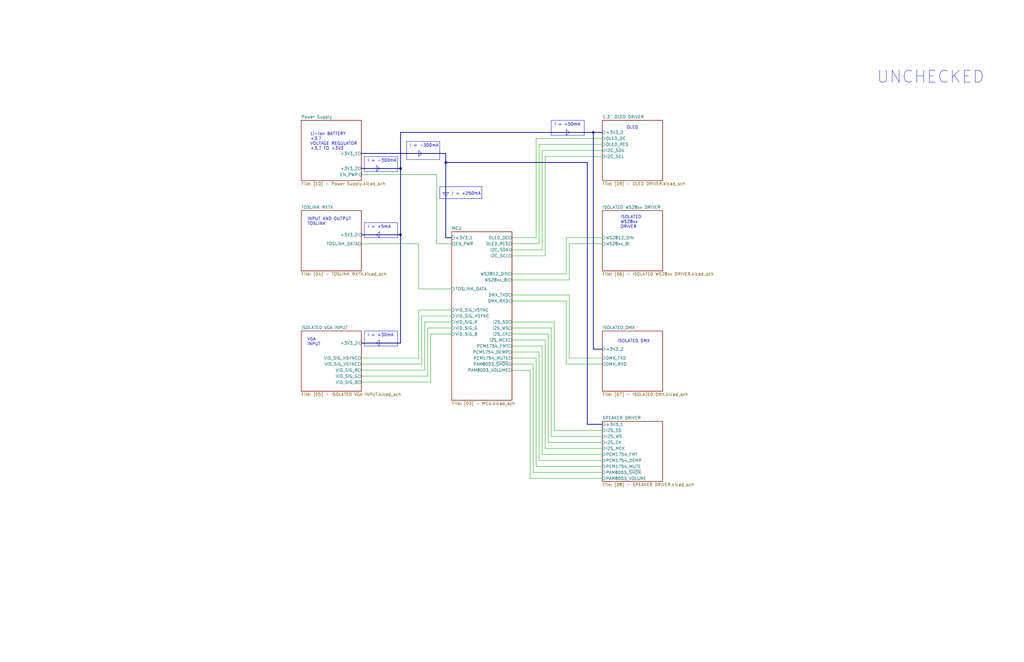
<source format=kicad_sch>
(kicad_sch (version 20230121) (generator eeschema)
  (paper "B")
  (title_block (title "Blender") (date "2023/09/18") (rev "v1.0") (company "Mend0z0") (comment 1 "v1.0") (comment 2 "v1.0") (comment 3 "Siavash Taher Parvar") (comment 4 "_BOM_Blender_v1.0.html") (comment 5 "_HW_Blender.kicad_pcb") (comment 6 "_GBR_Blender_v1.0") (comment 7 "_ASM_Blender_v1.0") (comment 8 "N/A") (comment 9 "Initial version"))
  (lib_symbols)
  (junction (at 187.96 68.58))
  (junction (at 250.19 55.88))
  (junction (at 168.91 71.12))
  (junction (at 168.91 99.06))
  (bus (pts (xy 152.4 71.12) (xy 168.91 71.12)))
  (bus (pts (xy 254 147.32) (xy 250.19 147.32)))
  (wire (pts (xy 229.87 189.23) (xy 254 189.23)))
  (bus (pts (xy 152.4 99.06) (xy 168.91 99.06)))
  (wire (pts (xy 215.9 156.21) (xy 223.52 156.21)))
  (wire (pts (xy 224.79 199.39) (xy 254 199.39)))
  (polyline (pts (xy 167.64 93.98) (xy 167.64 100.33)))
  (wire (pts (xy 215.9 115.57) (xy 238.76 115.57)))
  (bus (pts (xy 187.96 68.58) (xy 247.65 68.58)))
  (bus (pts (xy 152.4 64.77) (xy 187.96 64.77)))
  (wire (pts (xy 215.9 135.89) (xy 233.68 135.89)))
  (wire (pts (xy 179.07 135.89) (xy 190.5 135.89)))
  (bus (pts (xy 168.91 144.78) (xy 152.4 144.78)))
  (polyline (pts (xy 246.38 50.8) (xy 246.38 57.15)))
  (wire (pts (xy 238.76 115.57) (xy 238.76 100.33)))
  (wire (pts (xy 152.4 153.67) (xy 177.8 153.67)))
  (polyline (pts (xy 176.53 66.04) (xy 177.8 64.77)))
  (polyline (pts (xy 153.67 72.39) (xy 153.67 66.04)))
  (polyline (pts (xy 185.42 78.74) (xy 185.42 83.82)))
  (polyline (pts (xy 171.45 59.69) (xy 185.42 59.69)))
  (polyline (pts (xy 167.64 66.04) (xy 167.64 72.39)))
  (wire (pts (xy 215.9 143.51) (xy 229.87 143.51)))
  (polyline (pts (xy 232.41 57.15) (xy 232.41 50.8)))
  (polyline (pts (xy 153.67 139.7) (xy 167.64 139.7)))
  (polyline (pts (xy 203.2 78.74) (xy 203.2 83.82)))
  (wire (pts (xy 177.8 133.35) (xy 190.5 133.35)))
  (wire (pts (xy 226.06 100.33) (xy 226.06 58.42)))
  (wire (pts (xy 215.9 127) (xy 238.76 127)))
  (wire (pts (xy 226.06 196.85) (xy 254 196.85)))
  (polyline (pts (xy 186.69 81.28) (xy 187.96 82.55)))
  (polyline (pts (xy 158.75 99.06) (xy 160.02 100.33)))
  (bus (pts (xy 247.65 179.07) (xy 254 179.07)))
  (polyline (pts (xy 153.67 146.05) (xy 153.67 139.7)))
  (wire (pts (xy 238.76 153.67) (xy 254 153.67)))
  (wire (pts (xy 238.76 127) (xy 238.76 153.67)))
  (wire (pts (xy 233.68 135.89) (xy 233.68 181.61)))
  (wire (pts (xy 227.33 194.31) (xy 254 194.31)))
  (wire (pts (xy 228.6 146.05) (xy 228.6 191.77)))
  (wire (pts (xy 152.4 151.13) (xy 176.53 151.13)))
  (wire (pts (xy 215.9 148.59) (xy 227.33 148.59)))
  (polyline (pts (xy 160.02 71.12) (xy 158.75 69.85)))
  (polyline (pts (xy 171.45 67.31) (xy 185.42 67.31)))
  (wire (pts (xy 215.9 100.33) (xy 226.06 100.33)))
  (polyline (pts (xy 160.02 97.79) (xy 158.75 99.06)))
  (polyline (pts (xy 153.67 100.33) (xy 153.67 93.98)))
  (wire (pts (xy 233.68 181.61) (xy 254 181.61)))
  (bus (pts (xy 250.19 147.32) (xy 250.19 55.88)))
  (wire (pts (xy 184.15 102.87) (xy 190.5 102.87)))
  (wire (pts (xy 240.03 102.87) (xy 254 102.87)))
  (polyline (pts (xy 232.41 50.8) (xy 246.38 50.8)))
  (bus (pts (xy 168.91 99.06) (xy 168.91 144.78)))
  (bus (pts (xy 168.91 71.12) (xy 168.91 99.06)))
  (polyline (pts (xy 153.67 93.98) (xy 167.64 93.98)))
  (wire (pts (xy 180.34 158.75) (xy 180.34 138.43)))
  (wire (pts (xy 184.15 73.66) (xy 184.15 102.87)))
  (wire (pts (xy 224.79 153.67) (xy 224.79 199.39)))
  (polyline (pts (xy 240.03 55.88) (xy 238.76 54.61)))
  (bus (pts (xy 250.19 55.88) (xy 254 55.88)))
  (polyline (pts (xy 158.75 72.39) (xy 160.02 71.12)))
  (wire (pts (xy 232.41 184.15) (xy 254 184.15)))
  (wire (pts (xy 215.9 138.43) (xy 232.41 138.43)))
  (wire (pts (xy 215.9 102.87) (xy 227.33 102.87)))
  (wire (pts (xy 215.9 140.97) (xy 231.14 140.97)))
  (bus (pts (xy 168.91 71.12) (xy 168.91 55.88)))
  (wire (pts (xy 215.9 146.05) (xy 228.6 146.05)))
  (wire (pts (xy 227.33 148.59) (xy 227.33 194.31)))
  (wire (pts (xy 223.52 201.93) (xy 254 201.93)))
  (polyline (pts (xy 158.75 144.78) (xy 160.02 146.05)))
  (wire (pts (xy 229.87 143.51) (xy 229.87 189.23)))
  (wire (pts (xy 227.33 60.96) (xy 254 60.96)))
  (polyline (pts (xy 158.75 72.39) (xy 158.75 69.85)))
  (polyline (pts (xy 238.76 57.15) (xy 238.76 54.61)))
  (wire (pts (xy 176.53 130.81) (xy 190.5 130.81)))
  (polyline (pts (xy 153.67 72.39) (xy 167.64 72.39)))
  (wire (pts (xy 176.53 121.92) (xy 190.5 121.92)))
  (wire (pts (xy 228.6 63.5) (xy 254 63.5)))
  (polyline (pts (xy 187.96 82.55) (xy 189.23 81.28)))
  (polyline (pts (xy 176.53 66.04) (xy 176.53 63.5)))
  (wire (pts (xy 176.53 151.13) (xy 176.53 130.81)))
  (wire (pts (xy 215.9 107.95) (xy 229.87 107.95)))
  (polyline (pts (xy 203.2 83.82) (xy 185.42 83.82)))
  (wire (pts (xy 176.53 102.87) (xy 176.53 121.92)))
  (wire (pts (xy 215.9 151.13) (xy 226.06 151.13)))
  (wire (pts (xy 215.9 118.11) (xy 240.03 118.11)))
  (wire (pts (xy 240.03 151.13) (xy 254 151.13)))
  (wire (pts (xy 229.87 107.95) (xy 229.87 66.04)))
  (wire (pts (xy 240.03 124.46) (xy 240.03 151.13)))
  (wire (pts (xy 177.8 153.67) (xy 177.8 133.35)))
  (polyline (pts (xy 177.8 64.77) (xy 176.53 63.5)))
  (wire (pts (xy 179.07 156.21) (xy 179.07 135.89)))
  (wire (pts (xy 152.4 156.21) (xy 179.07 156.21)))
  (polyline (pts (xy 238.76 57.15) (xy 240.03 55.88)))
  (bus (pts (xy 168.91 55.88) (xy 250.19 55.88)))
  (bus (pts (xy 187.96 68.58) (xy 187.96 100.33)))
  (wire (pts (xy 181.61 161.29) (xy 181.61 140.97)))
  (wire (pts (xy 215.9 124.46) (xy 240.03 124.46)))
  (wire (pts (xy 152.4 102.87) (xy 176.53 102.87)))
  (wire (pts (xy 223.52 156.21) (xy 223.52 201.93)))
  (bus (pts (xy 247.65 68.58) (xy 247.65 179.07)))
  (wire (pts (xy 226.06 58.42) (xy 254 58.42)))
  (polyline (pts (xy 160.02 143.51) (xy 158.75 144.78)))
  (wire (pts (xy 180.34 138.43) (xy 190.5 138.43)))
  (wire (pts (xy 228.6 191.77) (xy 254 191.77)))
  (polyline (pts (xy 186.69 81.28) (xy 189.23 81.28)))
  (polyline (pts (xy 153.67 100.33) (xy 167.64 100.33)))
  (wire (pts (xy 215.9 105.41) (xy 228.6 105.41)))
  (wire (pts (xy 152.4 73.66) (xy 184.15 73.66)))
  (wire (pts (xy 231.14 140.97) (xy 231.14 186.69)))
  (wire (pts (xy 152.4 161.29) (xy 181.61 161.29)))
  (wire (pts (xy 226.06 151.13) (xy 226.06 196.85)))
  (wire (pts (xy 240.03 118.11) (xy 240.03 102.87)))
  (wire (pts (xy 238.76 100.33) (xy 254 100.33)))
  (bus (pts (xy 190.5 100.33) (xy 187.96 100.33)))
  (polyline (pts (xy 160.02 97.79) (xy 160.02 100.33)))
  (wire (pts (xy 231.14 186.69) (xy 254 186.69)))
  (polyline (pts (xy 153.67 146.05) (xy 167.64 146.05)))
  (polyline (pts (xy 167.64 139.7) (xy 167.64 146.05)))
  (wire (pts (xy 232.41 138.43) (xy 232.41 184.15)))
  (polyline (pts (xy 232.41 57.15) (xy 246.38 57.15)))
  (polyline (pts (xy 160.02 143.51) (xy 160.02 146.05)))
  (wire (pts (xy 228.6 105.41) (xy 228.6 63.5)))
  (polyline (pts (xy 185.42 59.69) (xy 185.42 67.31)))
  (bus (pts (xy 187.96 64.77) (xy 187.96 68.58)))
  (wire (pts (xy 215.9 153.67) (xy 224.79 153.67)))
  (wire (pts (xy 229.87 66.04) (xy 254 66.04)))
  (wire (pts (xy 181.61 140.97) (xy 190.5 140.97)))
  (polyline (pts (xy 185.42 78.74) (xy 203.2 78.74)))
  (wire (pts (xy 227.33 102.87) (xy 227.33 60.96)))
  (polyline (pts (xy 153.67 66.04) (xy 167.64 66.04)))
  (wire (pts (xy 152.4 158.75) (xy 180.34 158.75)))
  (polyline (pts (xy 171.45 67.31) (xy 171.45 59.69)))
  (text "INPUT AND OUTPUT\nTOSLINK" (at 129.54 95.25 0) (effects (font (size 1.27 1.27)) (justify left bottom)))
  (text "I = -300mA" (at 172.72 62.23 0) (effects (font (size 1.27 1.27)) (justify left bottom)))
  (text "I = -300mA" (at 154.94 68.58 0) (effects (font (size 1.27 1.27)) (justify left bottom)))
  (text "I = +30mA" (at 154.94 142.24 0) (effects (font (size 1.27 1.27)) (justify left bottom)))
  (text "I = +250mA" (at 190.5 82.55 0) (effects (font (size 1.27 1.27)) (justify left bottom)))
  (text "OLED" (at 264.16 54.61 0) (effects (font (size 1.27 1.27)) (justify left bottom)))
  (text "VGA\nINPUT" (at 129.54 146.05 0) (effects (font (size 1.27 1.27)) (justify left bottom)))
  (text "Li-ion BATTERY\n+3.7\nVOLTAGE REGULATOR\n+3.7 TO +3V3" (at 130.81 63.5 0) (effects (font (size 1.27 1.27)) (justify left bottom)))
  (text "ISOLATED DMX" (at 260.35 144.78 0) (effects (font (size 1.27 1.27)) (justify left bottom)))
  (text "UNCHECKED" (at 369.57 35.56 0) (effects (font (size 5.08 5.08)) (justify left bottom)))
  (text "I = +5mA" (at 154.94 96.52 0) (effects (font (size 1.27 1.27)) (justify left bottom)))
  (text "ISOLATED\nWS28xx\nDRIVER" (at 261.62 96.52 0) (effects (font (size 1.27 1.27)) (justify left bottom)))
  (text "I = +50mA" (at 233.68 53.34 0) (effects (font (size 1.27 1.27)) (justify left bottom)))
  (sheet (at 127 139.7) (size 25.4 25.4) (stroke (width 0.1524))
    (property "Sheetname" "ISOLATED VGA INPUT" (at 127 138.9884 0) (effects (justify left bottom)))
    (property "Sheetfile" "[05] - ISOLATED VGA INPUT.kicad_sch" (at 127 165.6846 0) (effects (justify left top)))
    (pin "VID_SIG_VSYNC" output (at 152.4 153.67 0))
    (pin "VID_SIG_B" output (at 152.4 161.29 0))
    (pin "VID_SIG_R" output (at 152.4 156.21 0))
    (pin "VID_SIG_G" output (at 152.4 158.75 0))
    (pin "VID_SIG_HSYNC" output (at 152.4 151.13 0))
    (pin "+3V3_2" input (at 152.4 144.78 0))
  )
  (sheet (at 127 88.9) (size 25.4 25.4) (stroke (width 0.1524))
    (property "Sheetname" "TOSLINK RXTX" (at 127 88.1884 0) (effects (justify left bottom)))
    (property "Sheetfile" "[04] - TOSLINK RXTX.kicad_sch" (at 127 114.8846 0) (effects (justify left top)))
    (pin "TOSLINK_DATA" output (at 152.4 102.87 0))
    (pin "+3V3_2" input (at 152.4 99.06 0))
  )
  (sheet (at 254 177.8) (size 25.4 25.4) (stroke (width 0.1524))
    (property "Sheetname" "SPEAKER DRIVER" (at 254 177.0884 0) (effects (justify left bottom)))
    (property "Sheetfile" "[08] - SPEAKER DRIVER.kicad_sch" (at 254 203.7846 0) (effects (justify left top)))
    (pin "PAM8003_VOLUME" input (at 254 201.93 180))
    (pin "PAM8003_~{SHDN}" input (at 254 199.39 180))
    (pin "+3V3_1" input (at 254 179.07 180))
    (pin "I2S_CK" input (at 254 186.69 180))
    (pin "I2S_WS" input (at 254 184.15 180))
    (pin "I2S_SD" input (at 254 181.61 180))
    (pin "PCM1754_DEMP" input (at 254 194.31 180))
    (pin "I2S_MCK" input (at 254 189.23 180))
    (pin "PCM1754_MUTE" input (at 254 196.85 180))
    (pin "PCM1754_FMT" input (at 254 191.77 180))
  )
  (sheet (at 190.5 97.79) (size 25.4 71.12) (stroke (width 0.1524))
    (property "Sheetname" "MCU" (at 190.5 97.0784 0) (effects (justify left bottom)))
    (property "Sheetfile" "[03] - MCU.kicad_sch" (at 190.5 169.4946 0) (effects (justify left top)))
    (pin "+3V3_1" input (at 190.5 100.33 180))
    (pin "I2C_SCL" output (at 215.9 107.95 0))
    (pin "I2C_SDA" bidirectional (at 215.9 105.41 0))
    (pin "OLED_RES" output (at 215.9 102.87 0))
    (pin "I2S_MCK" output (at 215.9 143.51 0))
    (pin "OLED_DC" output (at 215.9 100.33 0))
    (pin "WS2812_DIN" output (at 215.9 115.57 0))
    (pin "I2S_CK" output (at 215.9 140.97 0))
    (pin "I2S_SD" output (at 215.9 135.89 0))
    (pin "WS28xx_BI" output (at 215.9 118.11 0))
    (pin "TOSLINK_DATA" input (at 190.5 121.92 180))
    (pin "DMX_TXD" output (at 215.9 124.46 0))
    (pin "DMX_RXD" input (at 215.9 127 0))
    (pin "I2S_WS" output (at 215.9 138.43 0))
    (pin "VID_SIG_B" input (at 190.5 140.97 180))
    (pin "PAM8003_~{SHDN}" output (at 215.9 153.67 0))
    (pin "PAM8003_VOLUME" output (at 215.9 156.21 0))
    (pin "VID_SIG_VSYNC" input (at 190.5 130.81 180))
    (pin "VID_SIG_HSYNC" input (at 190.5 133.35 180))
    (pin "PCM1754_FMT" output (at 215.9 146.05 0))
    (pin "PCM1754_MUTE" output (at 215.9 151.13 0))
    (pin "PCM1754_DEMP" output (at 215.9 148.59 0))
    (pin "VID_SIG_G" input (at 190.5 138.43 180))
    (pin "VID_SIG_R" input (at 190.5 135.89 180))
    (pin "EN_PWR" output (at 190.5 102.87 180))
  )
  (sheet (at 127 50.8) (size 25.4 25.4) (stroke (width 0.1524))
    (property "Sheetname" "Power Supply" (at 127 50.0884 0) (effects (justify left bottom)))
    (property "Sheetfile" "[10] - Power Supply.kicad_sch" (at 127 76.7846 0) (effects (justify left top)))
    (pin "EN_PWR" input (at 152.4 73.66 0))
    (pin "+3V3_2" output (at 152.4 71.12 0))
    (pin "+3V3_1" output (at 152.4 64.77 0))
  )
  (sheet (at 254 88.9) (size 25.4 25.4) (stroke (width 0.1524))
    (property "Sheetname" "ISOLATED WS28xx DRIVER" (at 254 88.1884 0) (effects (justify left bottom)))
    (property "Sheetfile" "[06] - ISOLATED WS28xx DRIVER.kicad_sch" (at 254 114.8846 0) (effects (justify left top)))
    (pin "WS2812_DIN" input (at 254 100.33 180))
    (pin "WS28xx_BI" input (at 254 102.87 180))
  )
  (sheet (at 254 50.8) (size 25.4 25.4) (stroke (width 0.1524))
    (property "Sheetname" "1.3\" OLED DRIVER" (at 254 50.0884 0) (effects (justify left bottom)))
    (property "Sheetfile" "[09] - OLED DRIVER.kicad_sch" (at 254 76.7846 0) (effects (justify left top)))
    (pin "OLED_DC" input (at 254 58.42 180))
    (pin "OLED_RES" input (at 254 60.96 180))
    (pin "I2C_SCL" input (at 254 66.04 180))
    (pin "I2C_SDA" bidirectional (at 254 63.5 180))
    (pin "+3V3_2" input (at 254 55.88 180))
  )
  (sheet (at 254 139.7) (size 25.4 25.4) (stroke (width 0.1524))
    (property "Sheetname" "ISOLATED_DMX" (at 254 138.9884 0) (effects (justify left bottom)))
    (property "Sheetfile" "[07] - ISOLATED DMX.kicad_sch" (at 254 165.6846 0) (effects (justify left top)))
    (pin "DMX_RXD" output (at 254 153.67 180))
    (pin "DMX_TXD" input (at 254 151.13 180))
    (pin "+3V3_2" input (at 254 147.32 180))
  )
)
</source>
